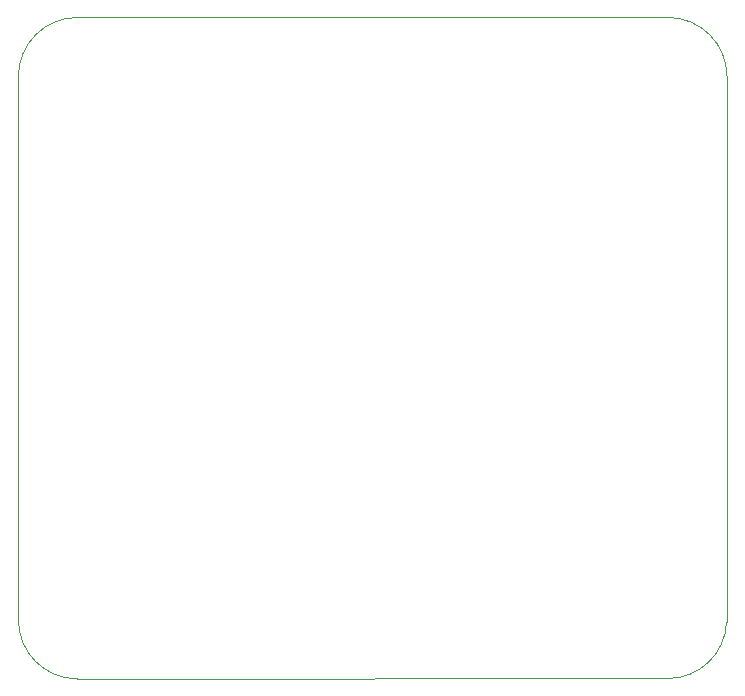
<source format=gbr>
%TF.GenerationSoftware,KiCad,Pcbnew,8.0.1*%
%TF.CreationDate,2024-05-01T14:41:20+05:45*%
%TF.ProjectId,STM32F4_Breakout_REV2,53544d33-3246-4345-9f42-7265616b6f75,rev?*%
%TF.SameCoordinates,Original*%
%TF.FileFunction,Profile,NP*%
%FSLAX46Y46*%
G04 Gerber Fmt 4.6, Leading zero omitted, Abs format (unit mm)*
G04 Created by KiCad (PCBNEW 8.0.1) date 2024-05-01 14:41:20*
%MOMM*%
%LPD*%
G01*
G04 APERTURE LIST*
%TA.AperFunction,Profile*%
%ADD10C,0.100000*%
%TD*%
G04 APERTURE END LIST*
D10*
X54000000Y-32000000D02*
X104000000Y-32000000D01*
X49000000Y-37000000D02*
G75*
G02*
X54000000Y-32000000I5000000J0D01*
G01*
X49000000Y-37000000D02*
X49000000Y-83000000D01*
X108965998Y-83198000D02*
G75*
G02*
X104000000Y-87969944I-4965998J198000D01*
G01*
X109000000Y-37000000D02*
X108966000Y-83198000D01*
X104000000Y-32000000D02*
G75*
G02*
X109000000Y-37000000I0J-5000000D01*
G01*
X54000000Y-88000000D02*
G75*
G02*
X49000000Y-83000000I0J5000000D01*
G01*
X104000000Y-87969945D02*
X54000000Y-88000000D01*
M02*

</source>
